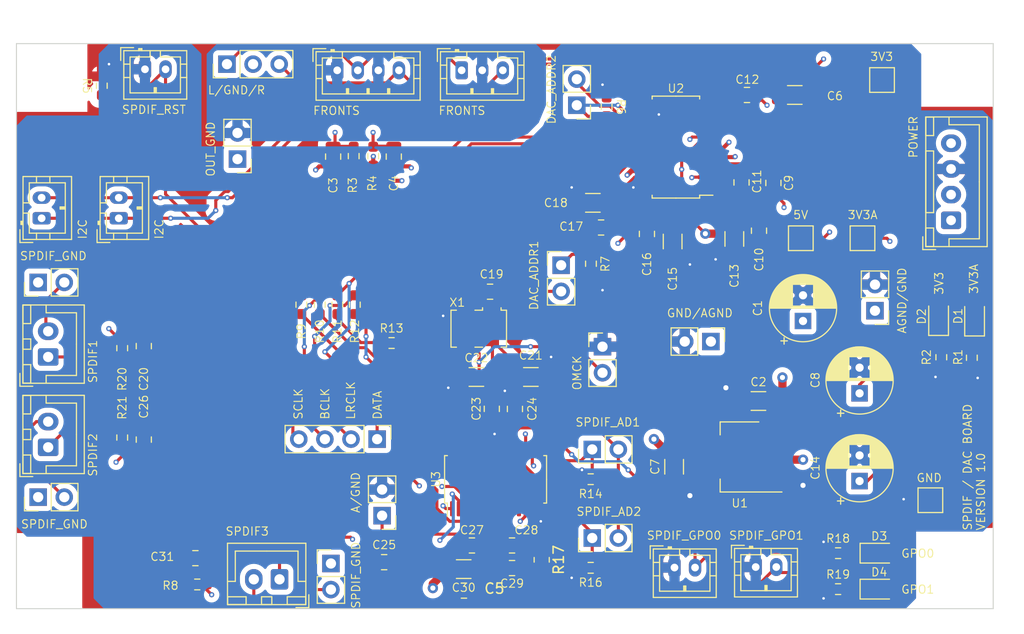
<source format=kicad_pcb>
(kicad_pcb (version 20221018) (generator pcbnew)
  (layers (0 "F.Cu" signal) (1 "In1.Cu" signal) (2 "In2.Cu" signal) (31 "B.Cu" signal) (34 "B.Paste" user) (35 "F.Paste" user) (36 "B.SilkS" user "B.Silkscreen") (37 "F.SilkS" user "F.Silkscreen") (38 "B.Mask" user) (39 "F.Mask" user) (44 "Edge.Cuts" user))
  (net 0 "")
  (net 1 "AGND")
  (net 6 "GND")
  (net 7 "I2S_DATA")
  (net 8 "I2S_LRCLK")
  (net 9 "I2S_BCLK")
  (net 10 "I2S_SCLK")
  (net 11 "SCL")
  (net 12 "SDA")
  (net 13 "3V3")
  (net 14 "SPDIF3_IN")
  (net 15 "SPDIF3_GND")
  (net 16 "3V3A")
  (net 17 "RESET")
  (net 18 "SPDIF1_IN")
  (net 19 "SPDIF1_GND")
  (net 20 "SPDIF2_IN")
  (net 21 "SPDIF2_GND")
  (net 22 "5V")
  (net 23 "GPO0")
  (net 24 "OMCK")
  (net 25 "OUTL")
  (net 26 "OUTR")
  (net 27 "Net-(U2-OUTR)")
  (net 28 "Net-(U2-OUTL)")
  (net 29 "Net-(U2-CAPP)")
  (net 30 "Net-(U2-CAPM)")
  (net 31 "Net-(U2-VNEG)")
  (net 32 "Net-(U2-LDOO)")
  (net 33 "AGND_OUT")
  (net 34 "Net-(D1-K)")
  (net 35 "Net-(D2-K)")
  (net 36 "Net-(D3-K)")
  (net 37 "Net-(D4-K)")
  (net 38 "GPO1")
  (net 39 "Net-(U3-RXP0)")
  (net 40 "Net-(U3-RXN)")
  (net 41 "Net-(U3-RXP1)")
  (net 42 "Net-(U3-FILT)")
  (net 43 "Net-(C29-Pad2)")
  (net 45 "Net-(J11-Pin_1)")
  (net 46 "Net-(J12-Pin_1)")
  (net 47 "Net-(J15-Pin_1)")
  (net 48 "Net-(J18-Pin_1)")
  (net 49 "Net-(U3-RMCK)")
  (net 50 "Net-(U3-OSCLK)")
  (net 51 "Net-(U3-SDOUT)")
  (net 52 "Net-(U3-OLRCK)")
  (net 53 "Net-(U3-RXP2)")
  (footprint "Connector_PinHeader_2.54mm:PinHeader_1x02_P2.54mm_Vertical" (layer "F.Cu") (at 107.513748 116.755 180)
    (fp_text reference "J11" hide)
    (fp_text value "Conn_01x02_Pin")
  )
  (footprint "Capacitor_SMD:C_1206_3216Metric_Pad1.33x1.80mm_HandSolder" (layer "F.Cu") (at 109.076248 126.255 180)
    (fp_text reference "C18")
    (fp_text value "10u")
  )
  (footprint "LED_SMD:LED_0805_2012Metric_Pad1.15x1.40mm_HandSolder" (layer "F.Cu") (at 136.926248 160.355)
    (fp_text reference "D3")
    (fp_text value "BLUE")
  )
  (footprint "Connector_PinHeader_2.54mm:PinHeader_1x04_P2.54mm_Vertical" (layer "F.Cu") (at 88.093748 149.255 -90)
    (fp_text reference "J14" hide)
    (fp_text value "Conn_01x04_Pin")
  )
  (footprint "Capacitor_SMD:C_1206_3216Metric_Pad1.33x1.80mm_HandSolder" (layer "F.Cu") (at 122.833748 129.768748 -90)
    (fp_text reference "C13")
    (fp_text value "10u")
  )
  (footprint "Resistor_SMD:R_0603_1608Metric_Pad0.98x0.95mm_HandSolder" (layer "F.Cu") (at 142.965 141.283334 90)
    (fp_text reference "R2")
    (fp_text value "330R")
  )
  (footprint "Capacitor_SMD:C_1206_3216Metric_Pad1.33x1.80mm_HandSolder" (layer "F.Cu") (at 103.046248 143.205 180)
    (fp_text reference "C21")
    (fp_text value "10u")
  )
  (footprint "Connector_PinHeader_2.54mm:PinHeader_1x02_P2.54mm_Vertical" (layer "F.Cu") (at 110.013748 140.255)
    (fp_text reference "J13" hide)
    (fp_text value "Conn_01x02_Pin")
  )
  (footprint "Connector_PinHeader_2.54mm:PinHeader_1x03_P2.54mm_Vertical" (layer "F.Cu") (at 73.488748 112.755 90)
    (fp_text reference "J4" hide)
    (fp_text value "Conn_01x03_Pin")
  )
  (footprint "Capacitor_THT:CP_Radial_D6.3mm_P2.50mm" (layer "F.Cu") (at 135.013748 153.337379 90)
    (fp_text reference "C14")
    (fp_text value "220u")
  )
  (footprint "Capacitor_SMD:C_1206_3216Metric_Pad1.33x1.80mm_HandSolder" (layer "F.Cu") (at 97.746248 143.205)
    (fp_text reference "C22")
    (fp_text value "10u")
  )
  (footprint "Capacitor_SMD:C_1206_3216Metric_Pad1.33x1.80mm_HandSolder" (layer "F.Cu") (at 116.979036 151.944843 90)
    (fp_text reference "C7")
    (fp_text value "10u" hide)
  )
  (footprint "Capacitor_SMD:C_1206_3216Metric_Pad1.33x1.80mm_HandSolder" (layer "F.Cu") (at 125.179036 145.544843)
    (fp_text reference "C2")
    (fp_text value "10u")
  )
  (footprint "Connector_JST:JST_XH_B4B-XH-A_1x04_P2.50mm_Vertical" (layer "F.Cu") (at 143.913748 127.955 90)
    (fp_text reference "J6" hide)
    (fp_text value "CHANSEL" hide)
  )
  (footprint "Package_SO:TSSOP-28_4.4x9.7mm_P0.65mm" (layer "F.Cu") (at 99.61205 153.16811 90)
    (fp_text reference "U3")
    (fp_text value "CS8416-xZZ")
  )
  (footprint "Resistor_SMD:R_0603_1608Metric_Pad0.98x0.95mm_HandSolder" (layer "F.Cu") (at 110.413748 116.915 90)
    (fp_text reference "R6")
    (fp_text value "4.7K")
  )
  (footprint "Resistor_SMD:R_0603_1608Metric_Pad0.98x0.95mm_HandSolder" (layer "F.Cu") (at 85.813748 121.705 90)
    (fp_text reference "R3")
    (fp_text value "470R")
  )
  (footprint "Resistor_SMD:R_0603_1608Metric_Pad0.98x0.95mm_HandSolder" (layer "F.Cu") (at 108.863748 161.78 180)
    (fp_text reference "R16")
    (fp_text value "47K")
  )
  (footprint "Package_TO_SOT_SMD:SOT-223-3_TabPin2" (layer "F.Cu") (at 123.365288 150.989843 180)
    (fp_text reference "U1")
    (fp_text value "ZLDO1117QG33TA")
  )
  (footprint "Capacitor_SMD:C_0805_2012Metric_Pad1.18x1.45mm_HandSolder" (layer "F.Cu") (at 70.4175 160.84)
    (fp_text reference "C31")
    (fp_text value "0.01u")
  )
  (footprint "LED_SMD:LED_0805_2012Metric_Pad1.15x1.40mm_HandSolder" (layer "F.Cu") (at 146.2 137.35 90)
    (fp_text reference "D1")
    (fp_text value "BLUE")
  )
  (footprint "Capacitor_SMD:C_0805_2012Metric_Pad1.18x1.45mm_HandSolder" (layer "F.Cu") (at 101.213748 161.805)
    (fp_text reference "C29")
    (fp_text value "22n C0G")
  )
  (footprint "Resistor_SMD:R_0603_1608Metric_Pad0.98x0.95mm_HandSolder" (layer "F.Cu") (at 145.935 141.333333 90)
    (fp_text reference "R1")
    (fp_text value "75R")
  )
  (footprint "Resistor_SMD:R_0603_1608Metric_Pad0.98x0.95mm_HandSolder" (layer "F.Cu") (at 80.723748 136.1675 90)
    (fp_text reference "R9")
    (fp_text value "22R")
  )
  (footprint "Connector_JST:JST_PH_B4B-PH-K_1x04_P2.00mm_Vertical" (layer "F.Cu") (at 84.213748 113.355)
    (fp_text reference "J1" hide)
    (fp_text value "Conn_01x04_Pin")
  )
  (footprint "Package_SO:TSSOP-28_4.4x9.7mm_P0.65mm" (layer "F.Cu") (at 117.151248 120.83 180)
    (fp_text reference "U2")
    (fp_text value "PCM5142PWR")
  )
  (footprint "Resistor_SMD:R_0603_1608Metric_Pad0.98x0.95mm_HandSolder" (layer "F.Cu") (at 89.5 139.9)
    (fp_text reference "R13")
    (fp_text value "47K")
  )
  (footprint "Resistor_SMD:R_0603_1608Metric_Pad0.98x0.95mm_HandSolder" (layer "F.Cu") (at 85.923748 136.1675 90)
    (fp_text reference "R12")
    (fp_text value "22R")
  )
  (footprint "Capacitor_SMD:C_0805_2012Metric_Pad1.18x1.45mm_HandSolder" (layer "F.Cu") (at 96.5375 164 180)
    (fp_text reference "C5")
    (fp_text value "1n")
  )
  (footprint "Connector_PinHeader_2.54mm:PinHeader_1x02_P2.54mm_Vertical" (layer "F.Cu") (at 74.513748 121.995 180)
    (fp_text reference "J3" hide)
    (fp_text value "Conn_01x02_Pin")
  )
  (footprint "Resistor_SMD:R_0603_1608Metric_Pad0.98x0.95mm_HandSolder" (layer "F.Cu") (at 61.313748 114.855 90)
    (fp_text reference "R5")
    (fp_text value "4.7K")
  )
  (footprint "Resistor_SMD:R_0603_1608Metric_Pad0.98x0.95mm_HandSolder" (layer "F.Cu") (at 63.3 149.1 90)
    (fp_text reference "R21")
    (fp_text value "75R")
  )
  (footprint "Connector_JST:JST_XH_B2B-XH-A_1x02_P2.50mm_Vertical" (layer "F.Cu") (at 56.1 141.255 90)
    (fp_text reference "J16" hide)
    (fp_text value "Conn_01x02_Pin" hide)
  )
  (footprint "Capacitor_SMD:C_0805_2012Metric" (layer "F.Cu") (at 123.533748 124.268748 90)
    (fp_text reference "C11")
    (fp_text value "2.2u 25V")
  )
  (footprint "MountingHole:MountingHole_3.2mm_M3" (layer "F.Cu") (at 145.513748 113.255)
    (fp_text reference "H2" hide)
    (fp_text value "MountingHole" hide)
  )
  (footprint "Connector_PinHeader_2.54mm:PinHeader_1x02_P2.54mm_Vertical" (layer "F.Cu") (at 136.513748 136.755 180)
    (fp_text reference "J8" hide)
    (fp_text value "Conn_01x02_Pin")
  )
  (footprint "Capacitor_SMD:C_0805_2012Metric" (layer "F.Cu") (at 114.333748 129.281248 90)
    (fp_text reference "C16")
    (fp_text value "0.01u")
  )
  (footprint "Resistor_SMD:R_0603_1608Metric_Pad0.98x0.95mm_HandSolder" (layer "F.Cu") (at 132.926248 160.355)
    (fp_text reference "R18")
    (fp_text value "75R")
  )
  (footprint "TestPoint:TestPoint_Pad_2.0x2.0mm" (layer "F.Cu") (at 129.3 129.7)
    (fp_text reference "TP2" hide)
    (fp_text value "TestPoint")
  )
  (footprint "Capacitor_SMD:C_0805_2012Metric" (layer "F.Cu") (at 124.063748 115.755 180)
    (fp_text reference "C12")
    (fp_text value "0.01u")
  )
  (footprint "Connector_PinHeader_2.54mm:PinHeader_1x02_P2.54mm_Vertical" (layer "F.Cu") (at 88.576248 156.705 180)
    (fp_text reference "J17" hide)
    (fp_text value "Conn_01x02_Pin")
  )
  (footprint "TestPoint:TestPoint_Pad_2.0x2.0mm" (layer "F.Cu") (at 141.9 155.2)
    (fp_text reference "TP4" hide)
    (fp_text value "TestPoint")
  )
  (footprint "Capacitor_SMD:C_0805_2012Metric" (layer "F.Cu") (at 126.633748 124.318748 90)
    (fp_text reference "C9")
    (fp_text value "2.2u 25V")
  )
  (footprint "Connector_PinHeader_2.54mm:PinHeader_1x02_P2.54mm_Vertical" (layer "F.Cu") (at 109.013748 158.88 90)
    (fp_text reference "J18" hide)
    (fp_text value "Conn_01x02_Pin")
  )
  (footprint "Resistor_SMD:R_0603_1608Metric_Pad0.98x0.95mm_HandSolder" (layer "F.Cu") (at 108.863748 153.155 180)
    (fp_text reference "R14")
    (fp_text value "47K")
  )
  (footprint "Resistor_SMD:R_0603_1608Metric_Pad0.98x0.95mm_HandSolder" (layer "F.Cu") (at 82.513748 136.1675 90)
    (fp_text reference "R10")
    (fp_text value "22R")
  )
  (footprint "Connector_JST:JST_XH_B2B-XH-A_1x02_P2.50mm_Vertical" (layer "F.Cu") (at 78.6 162.9 180)
    (fp_text reference "J24" hide)
    (fp_text value "Conn_01x02_Pin")
  )
  (footprint "Resistor_SMD:R_0603_1608Metric_Pad0.98x0.95mm_HandSolder" (layer "F.Cu") (at 132.926248 163.855)
    (fp_text reference "R19")
    (fp_text value "330R")
  )
  (footprint "Capacitor_SMD:C_1206_3216Metric_Pad1.33x1.80mm_HandSolder" (layer "F.Cu") (at 96.513748 161.905)
    (fp_text reference "C30")
    (fp_text value "10u")
  )
  (footprint "Connector_JST:JST_PH_B2B-PH-K_1x02_P2.00mm_Vertical" (layer "F.Cu") (at 55.463748 127.755 90)
    (fp_text reference "J7" hide)
    (fp_text value "Conn_01x02_Male")
  )
  (footprint "Capacitor_SMD:C_0805_2012Metric" (layer "F.Cu") (at 101.4958 146.31811 -90)
    (fp_text reference "C24")
    (fp_text value "0.01u")
  )
  (footprint "Capacitor_SMD:C_0805_2012Metric" (layer "F.Cu") (at 99.246248 146.305 -90)
    (fp_text reference "C23")
    (fp_text value "0.01u")
  )
  (footprint "TestPoint:TestPoint_Pad_2.0x2.0mm" (layer "F.Cu") (at 137.2 114.3)
    (fp_text reference "TP1" hide)
    (fp_text value "TestPoint")
  )
  (footprint "Capacitor_SMD:C_0805_2012Metric_Pad1.18x1.45mm_HandSolder" (layer "F.Cu") (at 101.213748 159.605)
    (fp_text reference "C28")
    (fp_text value "1n C0G")
  )
  (footprint "Capacitor_SMD:C_0805_2012Metric" (layer "F.Cu") (at 83.813748 121.755 90)
    (fp_text reference "C3")
    (fp_text value "2.2n C0G 50V")
  )
  (footprint "Connector_PinHeader_2.54mm:PinHeader_1x02_P2.54mm_Vertical" (layer "F.Cu") (at 109.013748 150.255 90)
    (fp_text reference "J15" hide)
    (fp_text value "Conn_01x02_Pin")
  )
  (footprint "Resistor_SMD:R_0805_2012Metric_Pad1.20x1.40mm_HandSolder" (layer "F.Cu") (at 104.1 161 -90)
    (fp_text reference "R17")
    (fp_text value "3K")
  )
  (footprint "Capacitor_SMD:C_0805_2012Metric_Pad1.18x1.45mm_HandSolder" (layer "F.Cu") (at 88.776248 161.23)
    (fp_text reference "C25")
    (fp_text value "0.01u")
  )
  (footprint "Resistor_SMD:R_0603_1608Metric_Pad0.98x0.95mm_HandSolder" (layer "F.Cu") (at 84.223748 136.1675 90)
    (fp_text reference "R11")
    (fp_text value "22R")
  )
  (footprint "Capacitor_SMD:C_1206_3216Metric_Pad1.33x1.80mm_HandSolder" (layer "F.Cu") (at 128.713748 115.755 180)
    (fp_text reference "C6")
    (fp_text value "10u")
  )
  (footprint "Capacitor_SMD:C_0805_2012Metric" (layer "F.Cu") (at 97.313748 159.605 180)
    (fp_text reference "C27")
    (fp_text value "0.01u")
  )
  (footprint "LED_SMD:LED_0805_2012Metric_Pad1.15x1.40mm_HandSolder" (layer "F.Cu") (at 136.926248 163.855)
    (fp_text reference "D4")
    (fp_text value "YELLOW")
  )
  (footprint "Capacitor_SMD:C_0805_2012Metric" (layer "F.Cu") (at 109.876248 128.655)
    (fp_text reference "C17")
    (fp_text value "0.01u")
  )
  (footprint "Connector_PinHeader_2.54mm:PinHeader_1x02_P2.54mm_Vertical" (layer "F.Cu") (at 105.988748 132.33)
    (fp_text reference "J12" hide)
    (fp_text value "Conn_01x02_Pin")
  )
  (footprint "Connector_PinHeader_2.54mm:PinHeader_1x02_P2.54mm_Vertical" (layer "F.Cu") (at 120.553748 139.755 -90)
    (fp_text reference "J9" hide)
    (fp_text value "Conn_01x02_Pin")
  )
  (footprint "Resistor_SMD:R_0603_1608Metric_Pad0.98x0.95mm_HandSolder" (layer "F.Cu") (at 63.3 140.4 90)
    (fp_text reference "R20")
    (fp_text value "75R")
  )
  (footprint "Capacitor_THT:CP_Radial_D6.3mm_P2.50mm" (layer "F.Cu") (at 135.013748 144.796189 90)
    (fp_text reference "C8")
    (fp_text value "220u")
  )
  (footprint "LED_SMD:LED_0805_2012Metric_Pad1.15x1.40mm_HandSolder" (layer "F.Cu") (at 142.7 137.3 90)
    (fp_text reference "D2")
    (fp_text value "YELLOW")
  )
  (footprint "Connector_JST:JST_XH_B2B-XH-A_1x02_P2.50mm_Vertical" (layer "F.Cu") (at 56.1 150.05 90)
    (fp_text reference "J20" hide)
    (fp_text value "Conn_01x02_Pin" hide)
  )
  (footprint "Connector_JST:JST_PH_B2B-PH-K_1x02_P2.00mm_Vertical" (layer "F.Cu") (at 124.913748 161.705)
    (fp_text reference "J22" hide)
    (fp_text value "Conn_01x02_Male")
  )
  (footprint "Connector_JST:JST_PH_B2B-PH-K_1x02_P2.00mm_Vertical" (layer "F.Cu") (at 65.513748 113.255)
    (fp_text reference "J10" hide)
    (fp_text value "Conn_01x02_Male")
  )
  (footprint "Capacitor_THT:CP_Radial_D6.3mm_P2.50mm" (layer "F.Cu") (at 129.513748 137.755 90)
    (fp_text reference "C1")
    (fp_text value "220u")
  )
  (footprint "Capacitor_SMD:C_0805_2012Metric" (layer "F.Cu") (at 125.233748 128.968748 90)
    (fp_text reference "C10")
    (fp_text value "0.01u")
  )
  (footprint "Capacitor_SMD:C_0805_2012Metric_Pad1.18x1.45mm_HandSolder" (layer "F.Cu") (at 65.4 149.3 -90)
    (fp_text reference "C26")
    (fp_text value "0.01u")
  )
  (footprint "Capacitor_SMD:C_1206_3216Metric_Pad1.33x1.80mm_HandSolder" (layer "F.Cu") (at 116.833748 130.018748 -90)
    (fp_text reference "C15")
    (fp_text value "10u")
  )
  (footprint "Oscillator:Oscillator_SMD_EuroQuartz_XO53-4Pin_5.0x3.2mm" (layer "F.Cu") (at 97.976248 138.505 180)
    (fp_text reference "X1")
    (fp_text value "DFA-S3")
  )
  (footprint "Capacitor_SMD:C_0805_2012Metric" (layer "F.Cu") (at 99.076248 134.905 180)
    (fp_text reference "C19")
    (fp_text value "0.01u")
  )
  (footprint "Resistor_SMD:R_0603_1608Metric_Pad0.98x0.95mm_HandSolder" (layer "F.Cu") (at 87.713748 121.705 90)
    (fp_text reference "R4")
    (fp_text value "470R")
  )
  (footprint "MountingHole:MountingHole_3.2mm_M3" (layer "F.Cu") (at 55.513748 113.255)
    (fp_text reference "H1" hide)
    (fp_text value "MountingHole" hide)
  )
  (footprint "Connector_PinHeader_2.54mm:PinHeader_1x02_P2.54mm_Vertical" (layer "F.Cu") (at 55.125 154.9 90)
    (fp_text reference "J23" hide)
    (fp_text value "Conn_01x02_Pin")
  )
  (footprint "Connector_PinHeader_2.54mm:PinHeader_1x02_P2.54mm_Vertical" (layer "F.Cu") (at 83.6 161.36)
    (fp_text reference "J25" hide)
    (fp_text value "Conn_01x02_Pin")
  )
  (footprint "Resistor_SMD:R_0603_1608Metric_Pad0.98x0.95mm_HandSolder" (layer "F.Cu") (at 70.6 163.4)
    (fp_text reference "R8")
    (fp_text value "75R")
  )
  (footprint "Connector_PinHeader_2.54mm:PinHeader_1x02_P2.54mm_Vertical" (layer "F.Cu") (at 55.125 134 90)
    (fp_text reference "J19" hide)
    (fp_text value "Conn_01x02_Pin")
  )
  (footprint "Resistor_SMD:R_0603_1608Metric_Pad0.98x0.95mm_HandSolder" (layer "F.Cu") (at 108.888748 132.1825 -90)
    (fp_text reference "R7")
    (fp_text value "4.7K")
  )
  (footprint "Connector_JST:JST_PH_B3B-PH-K_1x03_P2.00mm_Vertical" (layer "F.Cu") (at 96.313748 113.355)
    (fp_text reference "J2" hide)
    (fp_text value "Conn_01x03_Pin")
  )
  (footprint "Connector_JST:JST_PH_B2B-PH-K_1x02_P2.00mm_Vertical" (layer "F.Cu") (at 62.963748 127.755 90)
    (fp_text reference "J5" hide)
    (fp_text value "Conn_01x02_Male" hide)
  )
  (footprint "TestPoint:TestPoint_Pad_2.0x2.0mm" (layer "F.Cu") (at 135.3 129.7)
    (fp_text reference "TP3" hide)
    (fp_text value "TestPoint")
  )
  (footprint "Connector_JST:JST_PH_B2B-PH-K_1x02_P2.00mm_Vertical" (layer "F.Cu") (at 117.013748 161.755)
    (fp_text reference "J21" hide)
    (fp_text value "Conn_01x02_Male")
  )
  (footprint "Capacitor_SMD:C_0805_2012Metric" (layer "F.Cu") (at 89.713748 121.755 90)
    (fp_text reference "C4")
    (fp_text value "2.2n C0G 50V")
  )
  (footprint "Capacitor_SMD:C_0805_2012Metric_Pad1.18x1.45mm_HandSolder" (layer "F.Cu") (at 65.4 140.2 90)
    (fp_text reference "C20")
    (fp_text value "0.01u")
  )
  (footprint "MountingHole:MountingHole_3.2mm_M3" (layer "F.Cu") (at 145.513748 163.255)
    (fp_text reference "H4" hide)
    (fp_text value "MountingHole" hide)
  )
  (footprint "MountingHole:MountingHole_3.2mm_M3" (layer "F.Cu") (at 55.513748 163.255)
    (fp_text reference "H3" hide)
    (fp_text value "MountingHole" hide)
  )
  (gr_line (start 53.013748 110.755) (end 148.013748 110.755) (stroke (width 0.1)) (layer "Edge.Cuts"))
  (gr_line (start 148.013748 110.755) (end 148.013748 165.755) (stroke (width 0.1)) (layer "Edge.Cuts"))
  (gr_line (start 53.013748 165.755) (end 148.013748 165.755) (stroke (width 0.1)) (layer "Edge.Cuts"))
  (gr_line (start 53.013748 165.755) (end 53.013748 110.755) (stroke (width 0.1)) (layer "Edge.Cuts"))
  (gr_text "AGND/GND" (at 139.613748 139.03 90) (layer "F.SilkS") (effects (font (size 0.8 0.8) (thickness 0.1) bold) (justify left bottom)))
  (gr_text "3V3A" (at 133.8 127.9) (layer "F.SilkS") (effects (font (size 0.8 0.8) (thickness 0.1) bold) (justify left bottom)))
  (gr_text "DAC_ADDR2" (at 105.513748 118.655 90) (layer "F.SilkS") (effects (font (size 0.8 0.8) (thickness 0.1) bold) (justify left bottom)))
  (gr_text "A/GND" (at 86.476248 156.5 90) (layer "F.SilkS") (effects (font (size 0.8 0.8) (thickness 0.1) bold) (justify left bottom)))
  (gr_text "SPDIF_AD2" (at 107.426248 156.78) (layer "F.SilkS") (effects (font (size 0.8 0.8) (thickness 0.1) bold) (justify left bottom)))
  (gr_text "SPDIF_GPO0" (at 114.263748 159.105) (layer "F.SilkS") (effects (font (size 0.8 0.8) (thickness 0.1) bold) (justify left bottom)))
  (gr_text "LRCLK" (at 86 147.4 90) (layer "F.SilkS") (effects (font (size 0.8 0.8) (thickness 0.1) bold) (justify left bottom)))
  (gr_text "SPDIF1" (at 60.913748 143.855 90) (layer "F.SilkS") (effects (font (size 0.8 0.8) (thickness 0.1) bold) (justify left bottom)))
  (gr_text "SPDIF_GPO1" (at 122.263748 159.105) (layer "F.SilkS") (effects (font (size 0.8 0.8) (thickness 0.1) bold) (justify left bottom)))
  (gr_text "SPDIF_AD1" (at 107.326248 148.08) (layer "F.SilkS") (effects (font (size 0.8 0.8) (thickness 0.1) bold) (justify left bottom)))
  (gr_text "GND" (at 140.5 153.5) (layer "F.SilkS") (effects (font (size 0.8 0.8) (thickness 0.1) bold) (justify left bottom)))
  (gr_text "SPDIF / DAC BOARD\nVERSION 1.0" (at 147.278748 158.2 90) (layer "F.SilkS") (effects (font (size 0.8 0.8) (thickness 0.1) bold) (justify left bottom)))
  (gr_text "SPDIF_GND" (at 86.5 165.8 90) (layer "F.SilkS") (effects (font (size 0.8 0.8) (thickness 0.1) bold) (justify left bottom)))
  (gr_text "FRONTS\n" (at 94.013748 117.755) (layer "F.SilkS") (effects (font (size 0.8 0.8) (thickness 0.1) bold) (justify left bottom)))
  (gr_text "L/GND/R" (at 71.568748 115.755) (layer "F.SilkS") (effects (font (size 0.8 0.8) (thickness 0.1) bold) (justify left bottom)))
  (gr_text "3V3" (at 143.215 135.255 90) (layer "F.SilkS") (effects (font (size 0.8 0.8) (thickness 0.1) bold) (justify left bottom)))
  (gr_text "SCLK\n" (at 80.9 147.4 90) (layer "F.SilkS") (effects (font (size 0.8 0.8) (thickness 0.1) bold) (justify left bottom)))
  (gr_text "SPDIF_RST" (at 63.213748 117.655) (layer "F.SilkS") (effects (font (size 0.8 0.8) (thickness 0.1) bold) (justify left bottom)))
  (gr_text "GND/AGND" (at 116.213748 137.455) (layer "F.SilkS") (effects (font (size 0.8 0.8) (thickness 0.1) bold) (justify left bottom)))
  (gr_text "5V" (at 128.5 127.9) (layer "F.SilkS") (effects (font (size 0.8 0.8) (thickness 0.1) bold) (justify left bottom)))
  (gr_text "GPO0\n" (at 139.013748 160.855) (layer "F.SilkS") (effects (font (size 0.8 0.8) (thickness 0.1) bold) (justify left bottom)))
  (gr_text "DAC_ADDR1" (at 103.813748 136.755 90) (layer "F.SilkS") (effects (font (size 0.8 0.8) (thickness 0.1) bold) (justify left bottom)))
  (gr_text "OMCK" (at 108.013748 144.545 90) (layer "F.SilkS") (effects (font (size 0.8 0.8) (thickness 0.1) bold) (justify left bottom)))
  (gr_text "SPDIF_GND" (at 53.3 131.9) (layer "F.SilkS") (effects (font (size 0.8 0.8) (thickness 0.1) bold) (justify left bottom)))
  (gr_text "3V3" (at 136 112.5) (layer "F.SilkS") (effects (font (size 0.8 0.8) (thickness 0.1) bold) (justify left bottom)))
  (gr_text "SPDIF_GND" (at 53.4 158) (layer "F.SilkS") (effects (font (size 0.8 0.8) (thickness 0.1) bold) (justify left bottom)))
  (gr_text "DATA" (at 88.6 147.4 90) (layer "F.SilkS") (effects (font (size 0.8 0.8) (thickness 0.1) bold) (justify left bottom)))
  (gr_text "OUT_GND" (at 72.363748 123.755 90) (layer "F.SilkS") (effects (font (size 0.8 0.8) (thickness 0.1) bold) (justify left bottom)))
  (gr_text "FRONTS" (at 81.813748 117.755) (layer "F.SilkS") (effects (font (size 0.8 0.8) (thickness 0.1) bold) (justify left bottom)))
  (gr_text "GPO1\n" (at 139.013748 164.355) (layer "F.SilkS") (effects (font (size 0.8 0.8) (thickness 0.1) bold) (justify left bottom)))
  (gr_text "BCLK" (at 83.5 147.4 90) (layer "F.SilkS") (effects (font (size 0.8 0.8) (thickness 0.1) bold) (justify left bottom)))
  (gr_text "SPDIF2" (at 60.913748 152.95 90) (layer "F.SilkS") (effects (font (size 0.8 0.8) (thickness 0.1) bold) (justify left bottom)))
  (gr_text "POWER" (at 140.713748 121.955 90) (layer "F.SilkS") (effects (font (size 0.8 0.8) (thickness 0.1) bold) (justify left bottom)))
  (gr_text "I2C" (at 67.363748 129.855 90) (layer "F.SilkS") (effects (font (size 0.8 0.8) (thickness 0.1) bold) (justify left bottom)))
  (gr_text "SPDIF3" (at 73.3 158.7) (layer "F.SilkS") (effects (font (size 0.8 0.8) (thickness 0.1) bold) (justify left bottom)))
  (gr_text "3V3A" (at 146.6 135.175 90) (layer "F.SilkS") (effects (font (size 0.8 0.8) (thickness 0.1) bold) (justify left bottom)))
  (gr_text "I2C" (at 59.913748 129.855 90) (layer "F.SilkS") (effects (font (size 0.8 0.8) (thickness 0.1) bold) (justify left bottom)))
  (segment (start 130.276248 115.755) (end 130.276248 113.155) (width 0.3) (layer "F.Cu") (net 1))
  (segment (start 83.813748 122.705) (end 82.463748 122.705) (width 0.4) (layer "F.Cu") (net 1))
  (segment (start 95.38705 156.01811) (end 94.776858 156.01811) (width 0.3) (layer "F.Cu") (net 1))
  (segment (start 98.263748 159.605) (end 98.263748 161.7175) (width 0.4) (layer "F.Cu") (net 1))
  (segment (start 88.576248 156.705) (end 88.576248 160.3925) (width 0.3) (layer "F.Cu") (net 1))
  (segment (start 118.745 123.755) (end 118.7 123.8) (width 0.3) (layer "F.Cu") (net 1))
  (segment (start 121.513748 118.4425) (end 121.513748 115.78147) (width 0.3) (layer "F.Cu") (net 1))
  (segment (start 130.613748 113.155) (end 131.513748 112.255) (width 0.3) (layer "F.Cu") (net 1))
  (segment (start 98.076248 163.498752) (end 97.575 164) (width 0.5) (layer "F.Cu") (net 1))
  (segment (start 89.713748 122.705) (end 91.263748 122.705) (width 0.4) (layer "F.Cu") (net 1))
  (segment (start 63.3 150.9) (end 62.7 151.5) (width 0.3) (layer "F.Cu") (net 1))
  (segment (start 71.5125 163.4) (end 71.5125 163.9125) (width 0.3) (layer "F.Cu") (net 1))
  (segment (start 118.738748 119.855) (end 118.513748 120.08) (width 0.3) (layer "F.Cu") (net 1))
  (segment (start 91.263748 122.705) (end 91.413748 122.855) (width 0.4) (layer "F.Cu") (net 1))
  (segment (start 120.013748 119.855) (end 118.738748 119.855) (width 0.3) (layer "F.Cu") (net 1))
  (segment (start 126.633748 125.268748) (end 127.664949 126.299949) (width 0.3) (layer "F.Cu") (net 1))
  (segment (start 120.013748 123.755) (end 118.745 123.755) (width 0.3) (layer "F.Cu") (net 1))
  (segment (start 71.5125 163.9125) (end 72 164.4) (width 0.3) (layer "F.Cu") (net 1))
  (segment (start 127.664949 126.299949) (end 127.664949 126.709865) (width 0.3) (layer "F.Cu") (net 1))
  (segment (start 98.076248 161.905) (end 98.076248 163.498752) (width 0.5) (layer "F.Cu") (net 1))
  (segment (start 82.463748 122.705) (end 82.113748 123.055) (width 0.4) (layer "F.Cu") (net 1))
  (segment (start 124.140218 113.155) (end 127.151248 113.155) (width 0.3) (layer "F.Cu") (net 1))
  (segment (start 63.3 150.0125) (end 63.3 150.9) (width 0.3) (layer "F.Cu") (net 1))
  (segment (start 102.53705 156.01811) (end 102.53705 156.731698) (width 0.3) (layer "F.Cu") (net 1))
  (segment (start 121.513748 115.78147) (end 124.140218 113.155) (width 0.3) (layer "F.Cu") (net 1))
  (segment (start 103.18705 156.01811) (end 102.53705 156.01811) (width 0.3) (layer "F.Cu") (net 1))
  (segment (start 88.576248 160.3925) (end 87.738748 161.23) (width 0.3) (layer "F.Cu") (net 1))
  (segment (start 101.23705 156.01811) (end 101.88705 156.01811) (width 0.3) (layer "F.Cu") (net 1))
  (segment (start 120.751248 119.205) (end 121.513748 118.4425) (width 0.3) (layer "F.Cu") (net 1))
  (segment (start 102.53705 156.731698) (end 102.013748 157.255) (width 0.3) (layer "F.Cu") (net 1))
  (segment (start 120.013748 119.205) (end 120.751248 119.205) (width 0.3) (layer "F.Cu") (net 1))
  (segment (start 62.9875 139.4875) (end 62 138.5) (width 0.3) (layer "F.Cu") (net 1))
  (segment (start 94.776858 156.01811) (end 94.50302 155.744272) (width 0.3) (layer "F.Cu") (net 1))
  (segment (start 100.176248 159.605) (end 100.176248 161.805) (width 0.4) (layer "F.Cu") (net 1))
  (segment (start 125.013748 115.755) (end 126.013748 116.755) (width 0.3) (layer "F.Cu") (net 1))
  (segment (start 101.88705 156.01811) (end 102.53705 156.01811) (width 0.3) (layer "F.Cu") (net 1))
  (via (at 126.013748 116.755) (size 0.5) (drill 0.25) (layers "F.Cu" "B.Cu") (net 1))
  (via (at 102.013748 157.255) (size 0.5) (drill 0.25) (layers "F.Cu" "B.Cu") (net 1))
  (via (at 82.113748 123.055) (size 0.5) (drill 0.25) (layers "F.Cu" "B.Cu") (net 1))
  (via (at 62.7 151.5) (size 0.5) (drill 0.25) (layers "F.Cu" "B.Cu") (net 1))
  (via (at 118.513748 120.08) (size 0.5) (drill 0.25) (layers "F.Cu" "B.Cu") (net 1))
  (via (at 127.664949 126.709865) (size 0.5) (drill 0.25) (layers "F.Cu" "B.Cu") (net 1))
  (via (at 91.413748 122.855) (size 0.5) (drill 0.25) (layers "F.Cu" "B.Cu") (net 1))
  (via (at 118.7 123.8) (size 0.5) (drill 0.25) (layers "F.Cu" "B.Cu") (net 1))
  (via (at 62 138.5) (size 0.5) (drill 0.25) (layers "F.Cu" "B.Cu") (net 1))
  (via (at 131.513748 112.255) (size 0.5) (drill 0.25) (layers "F.Cu" "B.Cu") (net 1))
  (via (at 72 164.4) (size 0.5) (drill 0.25) (layers "F.Cu" "B.Cu") (net 1))
  (via (at 94.50302 155.744272) (size 0.5) (drill 0.25) (layers "F.Cu" "B.Cu") (net 1))
  (segment (start 103.83705 156.01811) (end 103.83705 157.078302) (width 0.3) (layer "F.Cu") (net 6))
  (segment (start 145.935 142.735) (end 146.5 143.3) (width 0.3) (layer "F.Cu") (net 6))
  (segment (start 139.4 155.2) (end 139.3 155.1) (width 0.3) (layer "F.Cu") (net 6))
  (segment (start 117.266091 153.507343) (end 118.513748 154.755) (width 0.8) (layer "F.Cu") (net 6))
  (segment (start 108.888748 133.095) (end 108.888748 133.63) (width 0.3) (layer "F.Cu") (net 6))
  (segment (start 99.28705 148.981698) (end 99.513748 148.755) (width 0.3) (layer "F.Cu") (net 6))
  (segment (start 117.839996 131.581248) (end 118.513748 132.255) (width 0.3) (layer "F.Cu") (net 6))
  (segment (start 107.951248 153.155) (end 107.951248 152.3175) (width 0.3) (layer "F.Cu") (net 6))
  (segment (start 113.363748 124.405) (end 113.013748 124.755) (width 0.3) (layer "F.Cu") (net 6))
  (segment (start 104.608748 141.66) (end 105.013748 141.255) (width 0.3) (layer "F.Cu") (net 6))
  (segment (start 99.246248 145.355) (end 100.513748 145.355) (width 0.3) (layer "F.Cu") (net 6))
  (segment (start 142.965 142.635) (end 142.4 143.2) (width 0.3) (layer "F.Cu") (net 6))
  (segment (start 125.233748 129.918748) (end 124.246248 129.918748) (width 0.3) (layer "F.Cu") (net 6))
  (segment (start 107.513748 125.255) (end 107.013748 124.755) (width 0.3) (layer "F.Cu") (net 6))
  (segment (start 132.013748 163.855) (end 132.013748 164.255) (width 0.3) (layer "F.Cu") (net 6))
  (segment (start 115.483748 130.231248) (end 116.833748 131.581248) (width 0.3) (layer "F.Cu") (net 6))
  (segment (start 115.244412 117.905) (end 115.494412 117.655) (width 0.3) (layer "F.Cu") (net 6))
  (segment (start 96.063748 143.205) (end 95.013748 144.255) (width 0.3) (layer "F.Cu") (net 6))
  (segment (start 99.28705 150.31811) (end 99.28705 148.981698) (width 0.3) (layer "F.Cu") (net 6))
  (segment (start 94.663748 137.405) (end 94.513748 137.255) (width 0.3) (layer "F.Cu") (net 6))
  (segment (start 122.833748 131.331248) (end 121.4375 131.331248) (width 0.3) (layer "F.Cu") (net 6))
  (segment (start 100.513748 145.355) (end 100.513748 144.555) (width 0.3) (layer "F.Cu") (net 6))
  (segment (start 132.013748 159.755) (end 131.513748 159.255) (width 0.3) (layer "F.Cu") (net 6))
  (segment (start 104.608748 143.205) (end 104.608748 141.66) (width 0.3) (layer "F.Cu") (net 6))
  (segment (start 100.513748 145.355) (end 101.48269 145.355) (width 0.3) (layer "F.Cu") (net 6))
  (segment (start 98.126248 134.905) (end 98.126248 135.985) (width 0.3) (layer "F.Cu") (net 6))
  (segment (start 110.413748 116.0025) (end 110.413748 115.155) (width 0.3) (layer "F.Cu") (net 6))
  (segment (start 108.926248 127.6675) (end 107.513748 126.255) (width 0.3) (layer "F.Cu") (net 6))
  (segment (start 110.413748 115.155) (end 110.013748 114.755) (width 0.3) (layer "F.Cu") (net 6))
  (segment (start 114.288748 124.405) (end 113.363748 124.405) (width 0.3) (layer "F.Cu") (net 6))
  (segment (start 145.935 142.245833) (end 145.935 142.735) (width 0.3) (layer "F.Cu") (net 6))
  (segment (start 126.515288 153.289843) (end 129.048591 153.289843) (width 0.8) (layer "F.Cu") (net 6))
  (segment (start 129.048591 153.289843) (end 129.513748 153.755) (width 0.8) (layer "F.Cu") (net 6))
  (segment (start 123.303591 145.544843) (end 122.013748 144.255) (width 0.8) (layer "F.Cu") (net 6))
  (segment (start 61.313748 113.455) (end 62.013748 112.755) (width 0.3) (layer "F.Cu") (net 6))
  (segment (start 96.706248 137.405) (end 94.663748 137.405) (width 0.3) (layer "F.Cu") (net 6))
  (segment (start 61.313748 113.9425) (end 61.313748 113.455) (width 0.3) (layer "F.Cu") (net 6))
  (segment (start 121.4375 131.331248) (end 121.013748 131.755) (width 0.3) (layer "F.Cu") (net 6))
  (segment (start 103.83705 157.078302) (end 104.013748 157.255) (width 0.3) (layer "F.Cu") (net 6))
  (segment (start 114.288748 117.905) (end 115.244412 117.905) (width 0.3) (layer "F.Cu") (net 6))
  (segment (start 98.126248 135.985) (end 96.706248 137.405) (width 0.3) (layer "F.Cu") (net 6))
  (segment (start 132.013748 164.255) (end 131.513748 164.755) (width 0.3) (layer "F.Cu") (net 6))
  (segment (start 141.9 155.2) (end 139.4 155.2) (width 0.3) (layer "F.Cu") (net 6))
  (segment (start 107.513748 126.255) (end 107.513748 125.255) (width 0.3) (layer "F.Cu") (net 6))
  (segment (start 142.965 142.195834) (end 142.965 142.635) (width 0.3) (layer "F.Cu") (net 6))
  (segment (start 116.833748 131.581248) (end 117.839996 131.581248) (width 0.3) (layer "F.Cu") (net 6))
  (segment (start 114.333748 130.231248) (end 115.483748 130.231248) (width 0.3) (layer "F.Cu") (net 6))
  (segment (start 107.951248 152.3175) (end 108.013748 152.255) (width 0.3) (layer "F.Cu") (net 6))
  (segment (start 132.013748 160.355) (end 132.013748 159.755) (width 0.3) (layer "F.Cu") (net 6))
  (segment (start 124.246248 129.918748) (end 122.833748 131.331248) (width 0.3) (layer "F.Cu") (net 6))
  (segment (start 107.951248 161.8175) (end 107.013748 162.755) (width 0.3) (layer "F.Cu") (net 6))
  (segment (start 108.888748 133.63) (end 110.013748 134.755) (width 0.3) (layer "F.Cu") (net 6))
  (segment (start 108.926248 128.655) (end 108.926248 127.6675) (width 0.3) (layer "F.Cu") (net 6))
  (segment (start 123.616536 145.544843) (end 123.303591 145.544843) (width 0.8) (layer "F.Cu") (net 6))
  (via (at 131.513748 159.255) (size 0.5) (drill 0.25) (layers "F.Cu" "B.Cu") (net 6))
  (via (at 100.513748 144.555) (size 0.5) (drill 0.25) (layers "F.Cu" "B.Cu") (net 6))
  (via (at 95.013748 144.255) (size 0.5) (drill 0.25) (layers "F.Cu" "B.Cu") (net 6))
  (via (at 94.513748 137.255) (size 0.5) (drill 0.25) (layers "F.Cu" "B.Cu") (net 6))
  (via (at 142.4 143.2) (size 0.5) (drill 0.25) (layers "F.Cu" "B.Cu") (net 6))
  (via (at 108.013748 152.255) (size 0.5) (drill 0.25) (layers "F.Cu" "B.Cu") (net 6))
  (via (at 110.013748 134.755) (size 0.5) (drill 0.25) (layers "F.Cu" "B.Cu") (net 6))
  (via (at 131.513748 164.755) (size 0.5) (drill 0.25) (layers "F.Cu" "B.Cu") (net 6))
  (via (at 104.013748 157.255) (size 0.5) (drill 0.25) (layers "F.Cu" "B.Cu") (net 6))
  (via (at 110.013748 114.755) (size 0.5) (drill 0.25) (layers "F.Cu" "B.Cu") (net 6))
  (via (at 122.013748 144.255) (size 1) (drill 0.5) (layers "F.Cu" "B.Cu") (net 6))
  (via (at 115.494412 117.655) (size 0.5) (drill 0.25) (layers "F.Cu" "B.Cu") (net 6))
  (via (at 99.513748 148.755) (size 0.5) (drill 0.25) (layers "F.Cu" "B.Cu") (net 6))
  (via (at 118.513748 154.755) (size 1) (drill 0.5) (layers "F.Cu" "B.Cu") (net 6))
  (via (at 118.513748 132.255) (size 0.5) (drill 0.25) (layers "F.Cu" "B.Cu") (net 6))
  (via (at 107.013748 162.755) (size 0.5) (drill 0.25) (layers "F.Cu" "B.Cu") (net 6))
  (via (at 113.013748 124.755) (size 0.5) (drill 0.25) (layers "F.Cu" "B.Cu") (net 6))
  (via (at 105.013748 141.255) (size 0.5) (drill 0.25) (layers "F.Cu" "B.Cu") (net 6))
  (via (at 62.013748 112.755) (size 0.5) (drill 0.25) (layers "F.Cu" "B.Cu") (net 6))
  (via (at 129.513748 153.755) (size 1) (drill 0.5) (layers "F.Cu" "B.Cu") (net 6))
  (via (at 107.013748 124.755) (size 0.5) (drill 0.25) (layers "F.Cu" "B.Cu") (net 6))
  (via (at 121.013748 131.755) (size 0.5) (drill 0.25) (layers "F.Cu" "B.Cu") (net 6))
  (via (at 146.5 143.3) (size 0.5) (drill 0.25) (layers "F.Cu" "B.Cu") (net 6))
  (via (at 139.3 155.1) (size 0.5) (drill 0.25) (layers "F.Cu" "B.Cu") (net 6))
  (segment (start 114.288748 121.155) (end 98.323748 121.155) (width 0.3) (layer "F.Cu") (net 7))
  (segment (start 85.368748 134.11) (end 84.223748 135.255) (width 0.3) (layer "F.Cu") (net 7))
  (segment (start 98.323748 121.155) (end 85.368748 134.11) (width 0.3) (layer "F.Cu") (net 7))
  (segment (start 88.093748 145.835) (end 83.013748 140.755) (width 0.3) (layer "F.Cu") (net 7))
  (segment (start 88.093748 149.255) (end 88.093748 145.835) (width 0.3) (layer "F.Cu") (net 7))
  (via (at 85.368748 134.11) (size 0.5) (drill 0.25) (layers "F.Cu" "B.Cu") (net 7))
  (via (at 83.013748 140.755) (size 0.5) (drill 0.25) (layers "F.Cu" "B.Cu") (net 7))
  (segment (start 85.368748 138.4) (end 85.368748 134.11) (width 0.3) (layer "B.Cu") (net 7))
  (segment (start 83.013748 140.755) (end 85.368748 138.4) (width 0.3) (layer "B.Cu") (net 7))
  (segment (start 84.936248 136.2425) (end 85.923748 135.255) (width 0.3) (layer "F.Cu") (net 8))
  (segment (start 99.373748 121.805) (end 114.288748 121.805) (width 0.3) (layer "F.Cu") (net 8))
  (segment (start 85.923748 135.255) (end 99.373748 121.805) (width 0.3) (layer "F.Cu") (net 8))
  (segment (start 85.553748 149.255) (end 82.013748 145.715) (width 0.3) (layer "F.Cu") (net 8))
  (segment (start 83.526248 136.2425) (end 84.936248 136.2425) (width 0.3) (layer "F.Cu") (net 8))
  (segment (start 83.513748 136.255) (end 83.526248 136.2425) (width 0.3) (layer "F.Cu") (net 8))
  (segment (start 82.013748 145.715) (end 82.013748 139.255) (width 0.3) (layer "F.Cu") (net 8))
  (via (at 83.513748 136.255) (size 0.5) (drill 0.25) (layers "F.Cu" "B.Cu") (net 8))
  (via (at 82.013748 139.255) (size 0.5) (drill 0.25) (layers "F.Cu" "B.Cu") (net 8))
  (segment (start 82.013748 139.255) (end 83.513748 137.755) (width 0.3) (layer "B.Cu") (net 8))
  (segment (start 83.513748 137.755) (end 83.513748 136.255) (width 0.3) (layer "B.Cu") (net 8))
  (segment (start 81.013748 147.255) (end 81.013748 140.255) (width 0.3) (layer "F.Cu") (net 9))
  (segment (start 83.013748 149.255) (end 81.013748 147.255) (width 0.3) (layer "F.Cu") (net 9))
  (segment (start 97.263748 120.505) (end 114.288748 120.505) (width 0.3) (layer "F.Cu") (net 9))
  (segment (start 81.513748 136.255) (end 82.513748 135.255) (width 0.3) (layer "F.Cu") (net 9))
  (segment (start 82.513748 135.255) (end 97.263748 120.505) (width 0.3) (layer "F.Cu") (net 9))
  (via (at 81.513748 136.255) (size 0.5) (drill 0.25) (layers "F.Cu" "B.Cu") (net 9))
  (via (at 81.013748 140.255) (size 0.5) (drill 0.25) (layers "F.Cu" "B.Cu") (net 9))
  (segment (start 81.013748 136.755) (end 81.513748 136.255) (width 0.3) (layer "B.Cu") (net 9))
  (segment (start 81.013748 140.255) (end 81.013748 136.755) (width 0.3) (layer "B.Cu") (net 9))
  (segment (start 79.898748 136.08) (end 79.898748 148.68) (width 0.3) (layer "F.Cu") (net 10))
  (segment (start 81.117301 135.255) (end 80.723748 135.255) (width 0.3) (layer "F.Cu") (net 10))
  (segment (start 96.517301 119.855) (end 81.117301 135.255) (width 0.3) (layer "F.Cu") (net 10))
  (segment (start 79.898748 148.68) (end 80.473748 149.255) (width 0.3) (layer "F.Cu") (net 10))
  (segment (start 80.723748 135.255) (end 79.898748 136.08) (width 0.3) (layer "F.Cu") (net 10))
  (segment (start 114.288748 119.855) (end 96.517301 119.855) (width 0.3) (layer "F.Cu") (net 10))
  (segment (start 73.613748 125.155) (end 73.265219 125.155) (width 0.3) (layer "F.Cu") (net 11))
  (segment (start 103.513748 112.255) (end 98.013748 117.755) (width 0.3) (layer "F.Cu") (net 11))
  (segment (start 103.18705 151.728302) (end 103.313748 151.855) (width 0.3) (layer "F.Cu") (net 11))
  (segment (start 72.4 126.020219) (end 72.4 127) (width 0.3) (layer "F.Cu") (net 11))
  (segment (start 73.265219 125.155) (end 72.4 126.020219) (width 0.3) (layer "F.Cu") (net 11))
  (segment (start 103.18705 150.31811) (end 103.18705 151.728302) (width 0.3) (layer "F.Cu") (net 11))
  (segment (start 55.463748 127.755) (end 62.963748 127.755) (width 0.3) (layer "F.Cu") (net 11))
  (segment (start 98.013748 117.755) (end 81.013748 117.755) (width 0.3) (layer "F.Cu") (net 11))
  (segment (start 119.106687 117.905) (end 113.456687 112.255) (width 0.3) (layer "F.Cu") (net 11))
  (segment (start 68.013748 127.755) (end 62.963748 127.755) (width 0.3) (layer "F.Cu") (net 11))
  (segment (start 120.013748 117.905) (end 119.106687 117.905) (width 0.3) (layer "F.Cu") (net 11))
  (segment (start 113.456687 112.255) (end 103.513748 112.255) (width 0.3) (layer "F.Cu") (net 11))
  (segment (start 81.013748 117.755) (end 73.613748 125.155) (width 0.3) (layer "F.Cu") (net 11))
  (via (at 72.4 127) (size 0.5) (drill 0.25) (layers "F.Cu" "B.Cu") (net 11))
  (via (at 103.313748 151.855) (size 0.5) (drill 0.25) (layers "F.Cu" "B.Cu") (net 11))
  (via (at 68.013748 127.755) (size 0.5) (drill 0.25) (layers "F.Cu" "B.Cu") (net 11))
  (segment (start 71.645 127.755) (end 72.4 127) (width 0.3) (layer "B.Cu") (net 11))
  (segment (start 68.013748 127.755) (end 71.645 127.755) (width 0.3) (layer "B.Cu") (net 11))
  (segment (start 74.013748 125.755) (end 73.513748 125.755) (width 0.3) (layer "F.Cu") (net 12))
  (segment (start 81.513748 118.255) (end 74.013748 125.755) (width 0.3) (layer "F.Cu") (net 12))
  (segment (start 119.049581 118.555) (end 118.549581 118.055) (width 0.3) (layer "F.Cu") (net 12))
  (segment (start 55.463748 125.755) (end 62.963748 125.755) (width 0.3) (layer "F.Cu") (net 12))
  (segment (start 118.468917 118.055) (end 113.168917 112.755) (width 0.3) (layer "F.Cu") (net 12))
  (segment (start 102.53705 150.31811) (end 102.53705 148.778302) (width 0.3) (layer "F.Cu") (net 12))
  (segment (start 67.013748 125.755) (end 62.963748 125.755) (width 0.3) (layer "F.Cu") (net 12))
  (segment (start 104.013748 112.755) (end 98.513748 118.255) (width 0.3) (layer "F.Cu") (net 12))
  (segment (start 120.013748 118.555) (end 119.049581 118.555) (width 0.3) (layer "F.Cu") (net 12))
  (segment (start 102.53705 148.778302) (end 102.513748 148.755) (width 0.3) (layer "F.Cu") (net 12))
  (segment (start 98.513748 118.255) (end 81.513748 118.255) (width 0.3) (layer "F.Cu") (net 12))
  (segment (start 118.549581 118.055) (end 118.468917 118.055) (width 0.3) (layer "F.Cu") (net 12))
  (segment (start 113.168917 112.755) (end 104.013748 112.755) (width 0.3) (layer "F.Cu") (net 12))
  (via (at 73.513748 125.755) (size 0.5) (drill 0.25) (layers "F.Cu" "B.Cu") (net 12))
  (via (at 102.513748 148.755) (size 0.5) (drill 0.25) (layers "F.Cu" "B.Cu") (net 12))
  (via (at 67.013748 125.755) (size 0.5) (drill 0.25) (layers "F.Cu" "B.Cu") (net 12))
  (segment (start 73.513748 125.755) (end 67.013748 125.755) (width 0.3) (layer "B.Cu") (net 12))
  (segment (start 99.308748 143.205) (end 99.308748 139.6675) (width 0.3) (layer "F.Cu") (net 13))
  (segment (start 98.171248 146.18) (end 99.246248 147.255) (width 0.3) (layer "F.Cu") (net 13))
  (segment (start 105.988748 134.87) (end 100.061248 134.87) (width 0.3) (layer "F.Cu") (net 13))
  (segment (start 101.483748 141.8425) (end 99.246248 139.605) (width 0.3) (layer "F.Cu") (net 13))
  (segment (start 100.026248 136.625) (end 99.246248 137.405) (width 0.3) (layer "F.Cu") (net 13))
  (segment (start 101.4958 147.26811) (end 101.4958 147.76811) (width 0.3) (layer "F.Cu") (net 13))
  (segment (start 101.483748 143.205) (end 101.483748 141.8425) (width 0.3) (layer "F.Cu") (net 13))
  (segment (start 101.483748 143.782528) (end 102.5708 144.86958) (width 0.3) (layer "F.Cu") (net 13))
  (segment (start 99.246248 147.255) (end 98.63705 147.864198) (width 0.3) (layer "F.Cu") (net 13))
  (segment (start 100.026248 134.905) (end 100.026248 136.625) (width 0.3) (layer "F.Cu") (net 13))
  (segment (start 99.246248 137.405) (end 99.246248 139.605) (width 0.3) (layer "F.Cu") (net 13))
  (segment (start 114.288748 118.555) (end 112.4596 118.555) (width 0.3) (layer "F.Cu") (net 13))
  (segment (start 98.63705 147.864198) (end 98.63705 150.31811) (width 0.3) (layer "F.Cu") (net 13))
  (segment (start 115.026248 118.555) (end 115.376248 118.905) (width 0.3) (layer "F.Cu") (net 13))
  (segment (start 90.4125 139.9) (end 96.4825 133.83) (width 0.3) (layer "F.Cu") (net 13))
  (segment (start 112.4596 118.555) (end 110.7446 116.84) (width 0.3) (layer "F.Cu") (net 13))
  (segment (start 99.93705 149.32686) (end 99.93705 150.31811) (width 0.3) (layer "F.Cu") (net 13))
  (segment (start 110.7446 116.84) (end 109.793724 116.84) (width 0.3) (layer "F.Cu") (net 13))
  (segment (start 102.5708 146.19311) (end 101.4958 147.26811) (width 0.3) (layer "F.Cu") (net 13))
  (segment (start 98.951248 133.83) (end 100.026248 134.905) (width 0.3) (layer "F.Cu") (net 13))
  (segment (start 137.663748 129.7) (end 137.963748 130) (width 0.3) (layer "F.Cu") (net 13))
  (segment (start 114.333748 128.331248) (end 114.333748 125.1) (width 0.3) (layer "F.Cu") (net 13))
  (segment (start 109.793724 116.84) (end 107.513748 114.560024) (width 0.3) (layer "F.Cu") (net 13))
  (segment (start 142.7 136.275) (end 135.013748 143.961252) (width 0.3) (layer "F.Cu") (net 13))
  (segment (start 101.4958 147.76811) (end 99.93705 149.32686) (width 0.3) (layer "F.Cu") (net 13))
  (segment (start 113.3775 128.331248) (end 111.513748 130.195) (width 0.3) (layer "F.Cu") (net 13))
  (segment (start 102.5708 144.86958) (end 102.5708 146.19311) (width 0.3) (layer "F.Cu") (net 13))
  (segment (start 98.171248 144.3425) (end 98.171248 146.18) (width 0.3) (layer "F.Cu") (net 13))
  (segment (start 96.4825 133.83) (end 98.951248 133.83) (width 0.3) (layer "F.Cu") (net 13))
  (segment (start 114.333748 128.331248) (end 113.3775 128.331248) (width 0.3) (layer "F.Cu") (net 13))
  (segment (start 135.013748 143.961252) (end 135.013748 144.796189) (width 0.3) (layer "F.Cu") (net 13))
  (segment (start 114.288748 118.555) (end 115.026248 118.555) (width 0.3) (layer "F.Cu") (net 13))
  (segment (start 115.376248 118.905) (end 115.376248 124.691398) (width 0.3) (layer "F.Cu") (net 13))
  (segment (start 116.833748 128.456248) (end 114.458748 128.456248) (width 0.3) (layer "F.Cu") (net 13))
  (segment (start 115.012646 125.055) (end 114.288748 125.055) (width 0.3) (layer "F.Cu") (net 13))
  (segment (start 99.308748 143.205) (end 98.171248 144.3425) (width 0.3) (layer "F.Cu") (net 13))
  (segment (start 111.553748 150.255) (end 111.553748 158.88) (width 0.3) (layer "F.Cu") (net 13))
  (segment (start 115.376248 124.691398) (end 115.012646 125.055) (width 0.3) (layer "F.Cu") (net 13))
  (segment (start 106.168328 144.86958) (end 102.5708 144.86958) (width 0.3) (layer "F.Cu") (net 13))
  (segment (start 135.3 129.7) (end 137.663748 129.7) (width 0.3) (layer "F.Cu") (net 13))
  (segment (start 111.553748 150.255) (end 106.168328 144.86958) (width 0.3) (layer "F.Cu") (net 13))
  (via (at 137.963748 130) (size 0.5) (drill 0.25) (layers "F.Cu" "B.Cu") (net 13))
  (via (at 111.513748 130.195) (size 0.5) (drill 0.25) (layers "F.Cu" "B.Cu") (net 13))
  (segment (start 78.6 161.3) (end 78.6 162.9) (width 0.3) (layer "F.Cu") (net 14))
  (segment (start 78.14 160.84) (end 78.6 161.3) (width 0.3) (layer "F.Cu") (net 14))
  (segment (start 71.455 161.6325) (end 69.6875 163.4) (width 0.3) (layer "F.Cu") (net 14))
  (segment (start 71.455 160.84) (end 78.14 160.84) (width 0.3) (layer "F.Cu") (net 14))
  (segment (start 71.455 160.84) (end 71.455 161.6325) (width 0.3) (layer "F.Cu") (net 14))
  (segment (start 76.1 164.8) (end 76.1 162.9) (width 0.3) (layer "F.Cu") (net 15))
  (segment (start 83.6 163.9) (end 82 163.9) (width 0.3) (layer "F.Cu") (net 15))
  (segment (start 82 163.9) (end 80.9 165) (width 0.3) (layer "F.Cu") (net 15))
  (segment (start 76.4 165.1) (end 76.1 164.8) (width 0.3) (layer "F.Cu") (net 15))
  (segment (start 80.9 165) (end 76.5 165) (width 0.3) (layer "F.Cu") (net 15))
  (segment (start 76.5 165) (end 76.4 165.1) (width 0.3) (layer "F.Cu") (net 15))
  (segment (start 94.951248 161.905) (end 94.951248 161.0175) (width 0.4) (layer "F.Cu") (net 16))
  (segment (start 122.833748 128.206248) (end 125.046248 128.206248) (width 0.3) (layer "F.Cu") (net 16))
  (segment (start 127.8 118.2) (end 127.151248 117.551248) (width 0.3) (layer "F.Cu") (net 16))
  (segment (start 120.215288 150.989843) (end 117.586536 150.989843) (width 0.8) (layer "F.Cu") (net 16))
  (segment (start 123.113748 115.755) (end 122.013748 116.855) (width 0.3) (layer "F.Cu") (net 16))
  (segment (start 126.076248 114.68) (end 124.188748 114.68) (width 0.3) (layer "F.Cu") (net 16))
  (segment (start 116.141091 150.382343) (end 115.013748 149.255) (width 0.8) (layer "F.Cu") (net 16))
  (segment (start 122.833748 127.875) (end 120.013748 125.055) (width 0.3) (layer "F.Cu") (net 16))
  (segment (start 137.2 114.3) (end 133.3 118.2) (width 0.3) (layer "F.Cu") (net 16))
  (segment (start 122.013748 119.2425) (end 120.751248 120.505) (width 0.3) (layer "F.Cu") (net 16))
  (segment (start 127.151248 117.551248) (end 127.151248 115.755) (width 0.3) (layer "F.Cu") (net 16))
  (segment (start 117.586536 150.989843) (end 116.979036 150.382343) (width 0.8) (layer "F.Cu") (net 16))
  (segment (start 94.951248 161.905) (end 94.951248 163.451248) (width 0.4) (layer "F.Cu") (net 16))
  (segment (start 98.63705 157.331698) (end 98.63705 156.01811) (width 0.4) (layer "F.Cu") (net 16))
  (segment (start 120.013748 120.505) (end 119.276248 120.505) (width 0.3) (layer "F.Cu") (net 16))
  (segment (start 135.762621 153.337379) (end 135.013748 153.337379) (width 0.3) (layer "F.Cu") (net 16))
  (segment (start 112.863748 123.105) (end 112.413748 123.555) (width 0.5) (layer "F.Cu") (net 16))
  (segment (start 114.288748 123.105) (end 112.863748 123.105) (width 0.5) (layer "F.Cu") (net 16))
  (segment (start 120.013748 129.255) (end 121.784996 129.255) (width 0.8) (layer "F.Cu") (net 16))
  (segment (start 144.4 138.125) (end 144.4 144.7) (width 0.3) (layer "F.Cu") (net 16))
  (segment (start 94.951248 163.451248) (end 95.5 164) (width 0.4) (layer "F.Cu") (net 16))
  (segment (start 119.276248 120.505) (end 117.713748 122.0675) (width 0.3) (layer "F.Cu") (net 16))
  (segment (start 116.979036 150.382343) (end 116.141091 150.382343) (width 0.8) (layer "F.Cu") (net 16))
  (segment (start 129.513748 151.255) (end 126.780445 151.255) (width 0.8) (layer "F.Cu") (net 16))
  (segment (start 124.188748 114.68) (end 123.113748 115.755) (width 0.3) (layer "F.Cu") (net 16))
  (segment (start 117.713748 122.0675) (end 117.713748 126.955) (width 0.3) (layer "F.Cu") (net 16))
  (segment (start 93.513748 163.3425) (end 94.951248 161.905) (width 0.8) (layer "F.Cu") (net 16))
  (segment (start 121.784996 129.255) (end 122.833748 128.206248) (width 0.8) (layer "F.Cu") (net 16))
  (segment (start 120.751248 120.505) (end 120.013748 120.505) (width 0.3) (layer "F.Cu") (net 16))
  (segment (start 117.713748 126.955) (end 120.013748 129.255) (width 0.3) (layer "F.Cu") (net 16))
  (segment (start 127.151248 115.755) (end 126.076248 114.68) (width 0.3) (layer "F.Cu") (net 16))
  (segment (start 126.515288 150.989843) (end 120.215288 150.989843) (width 0.8) (layer "F.Cu") (net 16))
  (segment (start 93.513748 163.755) (end 93.513748 163.3425) (width 0.8) (layer "F.Cu") (net 16))
  (segment (start 94.951248 161.0175) (end 96.363748 159.605) (width 0.4) (layer "F.Cu") (net 16))
  (segment (start 96.363748 159.605) (end 98.63705 157.331698) (width 0.4) (layer "F.Cu") (net 16))
  (segment (start 144.4 144.7) (end 135.762621 153.337379) (width 0.3) (layer "F.Cu") (net 16))
  (segment (start 122.013748 116.855) (end 122.013748 119.2425) (width 0.3) (layer "F.Cu") (net 16))
  (segment (start 146.2 136.325) (end 144.4 138.125) (width 0.3) (layer "F.Cu") (net 16))
  (segment (start 133.3 118.2) (end 127.8 118.2) (width 0.3) (layer "F.Cu") (net 16))
  (via (at 120.013748 129.255) (size 1) (drill 0.5) (layers "F.Cu" "B.Cu") (net 16))
  (via (at 112.413748 123.555) (size 0.5) (drill 0.25) (layers "F.Cu" "B.Cu") (net 16))
  (via (at 93.513748 163.755) (size 1) (drill 0.5) (layers "F.Cu" "B.Cu") (net 16))
  (via (at 129.513748 151.255) (size 1) (drill 0.5) (layers "F.Cu" "B.Cu") (net 16))
  (via (at 117.713748 123) (size 0.5) (drill 0.25) (layers "F.Cu" "B.Cu") (net 16))
  (via (at 115.013748 149.255) (size 1) (drill 0.5) (layers "F.Cu" "B.Cu") (net 16))
  (segment (start 100.58705 155.306712) (end 100.58705 156.01811) (width 0.3) (layer "F.Cu") (net 17))
  (segment (start 78.513748 150.255) (end 79.413748 151.155) (width 0.3) (layer "F.Cu") (net 17))
  (segment (start 61.313748 115.7675) (end 65.001248 115.7675) (width 0.3) (layer "F.Cu") (net 17))
  (segment (start 79.413748 151.155) (end 93.655 151.155) (width 0.3) (layer "F.Cu") (net 17))
  (segment (start 67.513748 125.406471) (end 71.862277 129.755) (width 0.3) (layer "F.Cu") (net 17))
  (segment (start 65.001248 115.7675) (end 67.513748 113.255) (width 0.3) (layer "F.Cu") (net 17))
  (segment (start 93.655 151.155) (end 96.1 153.6) (width 0.3) (layer "F.Cu") (net 17))
  (segment (start 67.513748 113.255) (end 67.513748 125.406471) (width 0.3) (layer "F.Cu") (net 17))
  (segment (start 71.862277 129.755) (end 76.013748 129.755) (width 0.3) (layer "F.Cu") (net 17))
  (segment (start 98.880338 153.6) (end 100.58705 155.306712) (width 0.3) (layer "F.Cu") (net 17))
  (segment (start 76.013748 129.755) (end 78.513748 132.255) (width 0.3) (layer "F.Cu") (net 17))
  (segment (start 78.513748 132.255) (end 78.513748 150.255) (width 0.3) (layer "F.Cu") (net 17))
  (segment (start 96.1 153.6) (end 98.880338 153.6) (width 0.3) (layer "F.Cu") (net 17))
  (segment (start 61.615 141.3125) (end 63.3 141.3125) (width 0.3) (layer "F.Cu") (net 18))
  (segment (start 65.4 141.2375) (end 63.375 141.2375) (width 0.3) (layer "F.Cu") (net 18))
  (segment (start 55.875 141.255) (end 61.5575 141.255) (width 0.3) (layer "F.Cu") (net 18))
  (segment (start 61.5575 141.255) (end 61.615 141.3125) (width 0.3) (layer "F.Cu") (net 18))
  (segment (start 57.665 134) (end 55.875 135.79) (width 0.3) (layer "F.Cu") (net 19))
  (segment (start 55.875 135.79) (end 55.875 138.755) (width 0.3) (layer "F.Cu") (net 19))
  (segment (start 65.4 148.2625) (end 63.375 148.2625) (width 0.3) (layer "F.Cu") (net 20))
  (segment (start 57.9625 148.1875) (end 56.1 150.05) (width 0.3) (layer "F.Cu") (net 20))
  (segment (start 63.3 148.1875) (end 57.9625 148.1875) (width 0.3) (layer "F.Cu") (net 20))
  (segment (start 55.875 147.55) (end 54.95 147.55) (width 0.3) (layer "F.Cu") (net 21))
  (segment (start 54.95 147.55) (end 54.2 148.3) (width 0.3) (layer "F.Cu") (net 21))
  (segment (start 54.2 148.3) (end 54.2 151.435) (width 0.3) (layer "F.Cu") (net 21))
  (segment (start 54.2 151.435) (end 57.665 154.9) (width 0.3) (layer "F.Cu") (net 21))
  (segment (start 129.3 129.7) (end 131.5 129.7) (width 0.3) (layer "F.Cu") (net 22))
  (segment (start 127.513748 144.772631) (end 126.741536 145.544843) (width 0.8) (layer "F.Cu") (net 22))
  (segment (start 126.741536 145.544843) (end 126.741536 148.463595) (width 0.8) (layer "F.Cu") (net 22))
  (segment (start 127.513748 143.255) (end 127.513748 144.772631) (width 0.8) (layer "F.Cu") (net 22))
  (segment (start 131.5 129.7) (end 132.1 129.1) (width 0.3) (layer "F.Cu") (net 22))
  (via (at 127.513748 143.255) (size 1) (drill 0.5) (layers "F.Cu" "B.Cu") (net 22))
  (via (at 132.1 129.1) (size 0.5) (drill 0.25) (layers "F.Cu" "B.Cu") (net 22))
  (segment (start 137.951248 160.355) (end 136.901248 161.405) (width 0.3) (layer "F.Cu") (net 23))
  (segment (start 119.013748 158.755) (end 112.513748 152.255) (width 0.3) (layer "F.Cu") (net 23))
  (segment (start 120.513748 160.255) (end 119.013748 161.755) (width 0.3) (layer "F.Cu") (net 23))
  (segment (start 136.901248 161.405) (end 130.163748 161.405) (width 0.3) (layer "F.Cu") (net 23))
  (segment (start 119.013748 161.755) (end 119.013748 158.755) (width 0.3) (layer "F.Cu") (net 23))
  (segment (start 130.163748 161.405) (end 129.013748 160.255) (width 0.3) (layer "F.Cu") (net 23))
  (segment (start 100.58705 149.51295) (end 100.58705 149.723134) (width 0.3) (layer "F.Cu") (net 23))
  (segment (start 107.013748 150.755) (end 104.413748 148.155) (width 0.3) (layer "F.Cu") (net 23))
  (segment (start 129.013748 160.255) (end 120.513748 160.255) (width 0.3) (layer "F.Cu") (net 23))
  (segment (start 101.945 148.155) (end 100.58705 149.51295) (width 0.3) (layer "F.Cu") (net 23))
  (segment (start 104.413748 148.155) (end 101.945 148.155) (width 0.3) (layer "F.Cu") (net 23))
  (via (at 107.013748 150.755) (size 0.5) (drill 0.25) (layers "F.Cu" "B.Cu") (net 23))
  (via (at 112.513748 152.255) (size 0.5) (drill 0.25) (layers "F.Cu" "B.Cu") (net 23))
  (segment (start 107.713748 151.455) (end 107.013748 150.755) (width 0.3) (layer "B.Cu") (net 23))
  (segment (start 111.713748 151.455) (end 107.713748 151.455) (width 0.3) (layer "B.Cu") (net 23))
  (segment (start 112.513748 152.255) (end 111.713748 151.455) (width 0.3) (layer "B.Cu") (net 23))
  (segment (start 98.013748 143.255) (end 97.33705 143.931698) (width 0.3) (layer "F.Cu") (net 24))
  (segment (start 110.013748 142.795) (end 107.473748 140.255) (width 0.3) (layer "F.Cu") (net 24))
  (segment (start 107.473748 140.255) (end 103.013748 140.255) (width 0.3) (layer "F.Cu") (net 24))
  (segment (start 97.33705 143.931698) (end 97.33705 150.31811) (width 0.3) (layer "F.Cu") (net 24))
  (segment (start 96.706248 139.605) (end 98.013748 140.9125) (width 0.3) (layer "F.Cu") (net 24))
  (segment (start 98.013748 141.755) (end 98.013748 143.255) (width 0.3) (layer "F.Cu") (net 24))
  (segment (start 98.013748 140.9125) (end 98.013748 141.755) (width 0.3) (layer "F.Cu") (net 24))
  (via (at 103.013748 140.255) (size 0.5) (drill 0.25) (layers "F.Cu" "B.Cu") (net 24))
  (via (at 98.013748 141.755) (size 0.5) (drill 0.25) (layers "F.Cu" "B.Cu") (net 24))
  (segment (start 103.013748 140.255) (end 99.513748 140.255) (width 0.3) (layer "B.Cu") (net 24))
  (segment (start 99.513748 140.255) (end 98.013748 141.755) (width 0.3) (layer "B.Cu") (net 24))
  (segment (start 94.458748 111.5) (end 96.313748 113.355) (width 0.3) (layer "F.Cu") (net 25))
  (segment (start 88.068748 111.5) (end 94.458748 111.5) (width 0.3) (layer "F.Cu") (net 25))
  (segment (start 83.958748 111.1) (end 86.213748 113.355) (width 0.3) (layer "F.Cu") (net 25))
  (segment (start 73.488748 112.755) (end 75.143748 111.1) (width 0.3) (layer "F.Cu") (net 25))
  (segment (start 86.213748 113.355) (end 88.068748 111.5) (width 0.3) (layer "F.Cu") (net 25))
  (segment (start 84 119.4) (end 84 120.618748) (width 0.3) (layer "F.Cu") (net 25))
  (segment (start 83.813748 120.805) (end 85.801248 120.805) (width 0.4) (layer "F.Cu") (net 25))
  (segment (start 75.143748 111.1) (end 83.958748 111.1) (width 0.3) (layer "F.Cu") (net 25))
  (via (at 84 119.4) (size 0.5) (drill 0.25) (layers "F.Cu" "B.Cu") (net 25))
  (segment (start 92.158748 115.3) (end 90.213748 113.355) (width 0.3) (layer "F.Cu") (net 26))
  (segment (start 87.7 119.4) (end 87.7 120.778752) (width 0.3) (layer "F.Cu") (net 26))
  (segment (start 98.368748 115.3) (end 92.158748 115.3) (width 0.3) (layer "F.Cu") (net 26))
  (segment (start 88.988748 114.58) (end 80.393748 114.58) (width 0.3) (layer "F.Cu") (net 26))
  (segment (start 100.313748 113.355) (end 98.368748 115.3) (width 0.3) (layer "F.Cu") (net 26))
  (segment (start 90.213748 113.355) (end 88.988748 114.58) (width 0.3) (layer "F.Cu") (net 26))
  (segment (start 87.713748 120.7925) (end 89.701248 120.7925) (width 0.4) (layer "F.Cu") (net 26))
  (segment (start 80.393748 114.58) (end 78.568748 112.755) (width 0.3) (layer "F.Cu") (net 26))
  (via (at 87.7 119.4) (size 0.5) (drill 0.25) (layers "F.Cu" "B.Cu") (net 26))
  (segment (start 121.513748 121.155) (end 122.313748 120.355) (width 0.4) (layer "F.Cu") (net 27))
  (segment (start 87.713748 121.738527) (end 87.713748 122.6175) (width 0.4) (layer "F.Cu") (net 27))
  (segment (start 87.722775 121.7295) (end 87.713748 121.738527) (width 0.4) (layer "F.Cu") (net 27))
  (segment (start 120.013748 121.155) (end 121.513748 121.155) (width 0.4) (layer "F.Cu") (net 27))
  (via (at 87.722775 121.7295) (size 0.5) (drill 0.25) (layers "F.Cu" "B.Cu") (net 27))
  (via (at 122.313748 120.355) (size 0.5) (drill 0.25) (layers "F.Cu" "B.Cu") (net 27))
  (segment (start 122.863748 121.805) (end 122.913748 121.755) (width 0.4) (layer "F.Cu") (net 28))
  (segment (start 120.013748 121.805) (end 122.863748 121.805) (width 0.4) (layer "F.Cu") (net 28))
  (segment (start 85.813748 122.6175) (end 87.296248 124.1) (width 0.4) (layer "F.Cu") (net 28))
  (segment (start 87.296248 124.1) (end 90.5 124.1) (width 0.4) (layer "F.Cu") (net 28))
  (via (at 90.5 124.1) (size 0.5) (drill 0.25) (layers "F.Cu" "B.Cu") (net 28))
  (via (at 122.913748 121.755) (size 0.5) (drill 0.25) (layers "F.Cu" "B.Cu") (net 28))
  (segment (start 122.72 124.405) (end 120.013748 124.405) (width 0.3) (layer "F.Cu") (net 29))
  (segment (start 123.533748 125.218748) (end 122.72 124.405) (width 0.3) (layer "F.Cu") (net 29))
  (segment (start 123.32 123.105) (end 120.013748 123.105) (width 0.3) (layer "F.Cu") (net 30))
  (segment (start 120.013748 122.455) (end 125.72 122.455) (width 0.3) (layer "F.Cu") (net 31))
  (segment (start 125.72 122.455) (end 126.633748 123.368748) (width 0.3) (layer "F.Cu") (net 31))
  (segment (start 110.638748 126.255) (end 113.138748 123.755) (width 0.3) (layer "F.Cu") (net 32))
  (segment (start 110.638748 126.255) (end 110.638748 128.4675) (width 0.3) (layer "F.Cu") (net 32))
  (segment (start 113.138748 123.755) (end 114.288748 123.755) (width 0.3) (layer "F.Cu") (net 32))
  (segment (start 145.935 140.420833) (end 145.935 138.64) (width 0.3) (layer "F.Cu") (net 34))
  (segment (start 142.7 138.325) (end 142.7 140.105834) (width 0.3) (layer "F.Cu") (net 35))
  (segment (start 133.838748 160.355) (end 135.901248 160.355) (width 0.3) (layer "F.Cu") (net 36))
  (segment (start 133.838748 163.855) (end 135.901248 163.855) (width 0.3) (layer "F.Cu") (net 37))
  (segment (start 136.337085 162.240837) (end 127.449585 162.240837) (width 0.3) (layer "F.Cu") (net 38))
  (segment (start 105.3 162.541252) (end 105.3 155.541252) (width 0.3) (layer "F.Cu") (net 38))
  (segment (start 137.951248 163.855) (end 136.337085 162.240837) (width 0.3) (layer "F.Cu") (net 38))
  (segment (start 127.449585 162.240837) (end 126.913748 161.705) (width 0.3) (layer "F.Cu") (net 38))
  (segment (start 101.23705 151.478302) (end 101.23705 150.30561) (width 0.3) (layer "F.Cu") (net 38))
  (segment (start 105.3 155.541252) (end 101.23705 151.478302) (width 0.3) (layer "F.Cu") (net 38))
  (segment (start 107.013748 164.255) (end 105.3 162.541252) (width 0.3) (layer "F.Cu") (net 38))
  (segment (start 124.363748 164.255) (end 107.013748 164.255) (width 0.3) (layer "F.Cu") (net 38))
  (segment (start 126.913748 161.705) (end 124.363748 164.255) (width 0.3) (layer "F.Cu") (net 38))
  (segment (start 97.33705 156.754508) (end 96.836558 157.255) (width 0.3) (layer "F.Cu") (net 39))
  (segment (start 78.0375 151.8) (end 65.4 139.1625) (width 0.3) (layer "F.Cu") (net 39))
  (segment (start 93.90302 154.20302) (end 91.5 151.8) (width 0.3) (layer "F.Cu") (net 39))
  (segment (start 95.165219 157.255) (end 93.90302 155.992801) (width 0.3) (layer "F.Cu") (net 39))
  (segment (start 91.5 151.8) (end 78.0375 151.8) (width 0.3) (layer "F.Cu") (net 39))
  (segment (start 96.836558 157.255) (end 95.165219 157.255) (width 0.3) (layer "F.Cu") (net 39))
  (segment (start 97.33705 156.01811) (end 97.33705 156.754508) (width 0.3) (layer "F.Cu") (net 39))
  (segment (start 93.90302 155.992801) (end 93.90302 154.20302) (width 0.3) (layer "F.Cu") (net 39))
  (segment (start 97.98705 156.01811) (end 97.98705 156.811614) (width 0.3) (layer "F.Cu") (net 40))
  (segment (start 96.298664 158.5) (end 92.543748 158.5) (width 0.3) (layer "F.Cu") (net 40))
  (segment (start 92.543748 158.5) (end 89.813748 161.23) (width 0.3) (layer "F.Cu") (net 40))
  (segment (start 97.98705 156.811614) (end 96.298664 158.5) (width 0.3) (layer "F.Cu") (net 40))
  (segment (start 67.4625 152.4) (end 90.8 152.4) (width 0.3) (layer "F.Cu") (net 41))
  (segment (start 96.68705 154.938521) (end 95.613283 153.864754) (width 0.3) (layer "F.Cu") (net 41))
  (segment (start 96.68705 156.03061) (end 96.68705 154.938521) (width 0.3) (layer "F.Cu") (net 41))
  (segment (start 95.613283 153.864754) (end 94.398577 153.864754) (width 0.3) (layer "F.Cu") (net 41))
  (segment (start 65.4 150.3375) (end 67.4625 152.4) (width 0.3) (layer "F.Cu") (net 41))
  (segment (start 90.8 152.4) (end 92.2 153.8) (width 0.3) (layer "F.Cu") (net 41))
  (via (at 92.2 153.8) (size 0.5) (drill 0.25) (layers "F.Cu" "B.Cu") (net 41))
  (via (at 94.398577 153.864754) (size 0.5) (drill 0.25) (layers "F.Cu" "B.Cu") (net 41))
  (segment (start 99.93705 157.259063) (end 102.251248 159.573261) (width 0.4) (layer "F.Cu") (net 42))
  (segment (start 99.93705 156.01811) (end 99.93705 157.259063) (width 0.4) (layer "F.Cu") (net 42))
  (segment (start 103.426248 159.605) (end 104.013748 160.1925) (width 0.4) (layer "F.Cu") (net 42))
  (segment (start 102.251248 159.605) (end 103.426248 159.605) (width 0.4) (layer "F.Cu") (net 42))
  (segment (start 102.251248 161.805) (end 103.801248 161.805) (width 0.4) (layer "F.Cu") (net 43))
  (segment (start 108.586248 117.8275) (end 107.513748 116.755) (width 0.3) (layer "F.Cu") (net 45))
  (segment (start 112.013748 117.255) (end 111.513748 116.755) (width 0.3) (layer "F.Cu") (net 45))
  (segment (start 110.413748 117.8275) (end 108.586248 117.8275) (width 0.3) (layer "F.Cu") (net 45))
  (segment (start 114.288748 117.255) (end 112.013748 117.255) (width 0.3) (layer "F.Cu") (net 45))
  (via (at 111.513748 116.755) (size 0.5) (drill 0.25) (layers "F.Cu" "B.Cu") (net 45))
  (segment (start 111.513748 116.755) (end 107.513748 116.755) (width 0.3) (layer "B.Cu") (net 45))
  (segment (start 109.626248 127.3675) (end 109.776248 127.5175) (width 0.3) (layer "F.Cu") (net 46))
  (segment (start 109.776248 127.5175) (end 109.776248 130.3825) (width 0.3) (layer "F.Cu") (net 46))
  (segment (start 109.776248 130.3825) (end 108.888748 131.27) (width 0.3) (layer "F.Cu") (net 46))
  (segment (start 109.626248 125.35647) (end 109.626248 127.3675) (width 0.3) (layer "F.Cu") (net 46))
  (segment (start 112.527718 122.455) (end 109.626248 125.35647) (width 0.3) (layer "F.Cu") (net 46))
  (segment (start 108.888748 131.27) (end 107.048748 131.27) (width 0.3) (layer "F.Cu") (net 46))
  (segment (start 107.048748 131.27) (end 105.988748 132.33) (width 0.3) (layer "F.Cu") (net 46))
  (segment (start 114.288748 122.455) (end 112.527718 122.455) (width 0.3) (layer "F.Cu") (net 46))
  (segment (start 109.013748 152.3925) (end 109.776248 153.155) (width 0.3) (layer "F.Cu") (net 47))
  (segment (start 109.013748 150.255) (end 109.013748 152.3925) (width 0.3) (layer "F.Cu") (net 47))
  (segment (start 104.87394 151.355) (end 103.83705 150.31811) (width 0.3) (layer "F.Cu") (net 47))
  (segment (start 109.013748 150.255) (end 107.913748 151.355) (width 0.3) (layer "F.Cu") (net 47))
  (segment (start 107.913748 151.355) (end 104.87394 151.355) (width 0.3) (layer "F.Cu") (net 47))
  (segment (start 109.013748 158.88) (end 109.013748 161.0175) (width 0.3) (layer "F.Cu") (net 48))
  (segment (start 109.013748 161.0175) (end 109.776248 161.78) (width 0.3) (layer "F.Cu") (net 48))
  (segment (start 108.865219 158.255) (end 101.88705 151.276831) (width 0.3) (layer "F.Cu") (net 48))
  (segment (start 101.88705 151.276831) (end 101.88705 150.31811) (width 0.3) (layer "F.Cu") (net 48))
  (segment (start 97.461558 151.555) (end 95.198748 151.555) (width 0.3) (layer "F.Cu") (net 49))
  (segment (start 97.98705 151.029508) (end 97.461558 151.555) (width 0.3) (layer "F.Cu") (net 49))
  (segment (start 97.98705 150.31811) (end 97.98705 151.029508) (width 0.3) (layer "F.Cu") (net 49))
  (segment (start 95.198748 151.555) (end 80.723748 137.08) (width 0.3) (layer "F.Cu") (net 49))
  (segment (start 96.03705 149.429773) (end 86.962277 140.355) (width 0.3) (layer "F.Cu") (net 50))
  (segment (start 85.788748 140.355) (end 82.513748 137.08) (width 0.3) (layer "F.Cu") (net 50))
  (segment (start 96.03705 150.31811) (end 96.03705 149.429773) (width 0.3) (layer "F.Cu") (net 50))
  (segment (start 86.962277 140.355) (end 85.788748 140.355) (width 0.3) (layer "F.Cu") (net 50))
  (segment (start 88.5875 140.8875) (end 96.68705 148.98705) (width 0.3) (layer "F.Cu") (net 51))
  (segment (start 88.5875 139.9) (end 88.5875 140.8875) (width 0.3) (layer "F.Cu") (net 51))
  (segment (start 84.223748 137.08) (end 84.223748 137.5675) (width 0.3) (layer "F.Cu") (net 51))
  (segment (start 86.511248 139.855) (end 88.5425 139.855) (width 0.3) (layer "F.Cu") (net 51))
  (segment (start 96.68705 148.98705) (end 96.68705 150.31811) (width 0.3) (layer "F.Cu") (net 51))
  (segment (start 84.223748 137.5675) (end 86.511248 139.855) (width 0.3) (layer "F.Cu") (net 51))
  (segment (start 95.38705 150.31811) (end 95.38705 149.628302) (width 0.3) (layer "F.Cu") (net 52))
  (segment (start 95.38705 149.628302) (end 87.013748 141.255) (width 0.3) (layer "F.Cu") (net 52))
  (segment (start 87.013748 138.17) (end 85.923748 137.08) (width 0.3) (layer "F.Cu") (net 52))
  (segment (start 87.013748 139.255) (end 87.013748 138.17) (width 0.3) (layer "F.Cu") (net 52))
  (via (at 87.013748 139.255) (size 0.5) (drill 0.25) (layers "F.Cu" "B.Cu") (net 52))
  (via (at 87.013748 141.255) (size 0.5) (drill 0.25) (layers "F.Cu" "B.Cu") (net 52))
  (segment (start 87.013748 141.255) (end 87.013748 139.255) (width 0.3) (layer "B.Cu") (net 52))
  (segment (start 96.03705 156.03061) (end 96.03705 155.23705) (width 0.3) (layer "F.Cu") (net 53))
  (segment (start 71.42 158.8) (end 69.38 160.84) (width 0.3) (layer "F.Cu") (net 53))
  (segment (start 85.5 158.8) (end 71.42 158.8) (width 0.3) (layer "F.Cu") (net 53))
  (segment (start 85.7 159) (end 85.5 158.8) (width 0.3) (layer "F.Cu") (net 53))
  (segment (start 96.03705 155.23705) (end 95.4 154.6) (width 0.3) (layer "F.Cu") (net 53))
  (via (at 94.2 159.1) (size 0.5) (drill 0.25) (layers "F.Cu" "B.Cu") (net 53))
  (via (at 95.4 154.6) (size 0.5) (drill 0.25) (layers "F.Cu" "B.Cu") (net 53))
  (via (at 85.7 159) (size 0.5) (drill 0.25) (layers "F.Cu" "B.Cu") (net 53))
  (segment (start 95.5 157.8) (end 95.5 154.7) (width 0.3) (layer "B.Cu") (net 53))
  (segment (start 94.2 159.1) (end 95.5 157.8) (width 0.3) (layer "B.Cu") (net 53))
  (segment (start 95.5 154.7) (end 95.4 154.6) (width 0.3) (layer "B.Cu") (net 53))
  (zone (net 1) (net_name "AGND") (layer "F.Cu") (priority 1) (connect_pads yes (clearance 0)) (min_thickness 0.25) (fill yes (thermal_gap 0.5) (thermal_bridge_width 0.5))
    (polygon (pts (xy 99 155.2) (xy 99 157.7) (xy 97.095 159.605) (xy 97.313748 159.605) (xy 97 159.918748) (xy 97 164.9) (xy 97.1 165) (xy 101.2 165) (xy 101.2 159.2) (xy 99.9 157.9) (xy 99.6 157.9) (xy 99.6 155.8)))
  )
  (zone (net 6) (net_name "GND") (layer "F.Cu") (connect_pads (clearance 0.75)) (min_thickness 0.25) (fill yes (thermal_gap 0.5) (thermal_bridge_width 1))
    (polygon (pts (xy 139.913748 116.9) (xy 149.913748 116.9) (xy 149.913748 157.9) (xy 139.413748 157.9) (xy 139.413748 167.9) (xy 105.6 167.9) (xy 105.6 154.9) (xy 93 154.9) (xy 92.9 155) (xy 92.9 167.9) (xy 59.413748 167.9) (xy 59.413748 158.4) (xy 51.413748 158.4) (xy 51.413748 117.4) (xy 59.913748 117.4) (xy 59.913748 107.4) (xy 139.913748 107.4)))
  )
  (zone (net 33) (net_name "AGND_OUT") (layer "B.Cu") (priority 1) (connect_pads (clearance 0.5)) (min_thickness 0.25) (fill yes (thermal_gap 0.5) (thermal_bridge_width 1) (smoothing chamfer) (radius 1))
    (polygon (pts (xy 71.513748 107.755) (xy 71.513748 120.255) (xy 102.013748 120.255) (xy 104.513748 117.755) (xy 104.513748 109.255) (xy 103.013748 107.755)))
  )
  (zone (net 6) (net_name "GND") (layer "B.Cu") (connect_pads (clearance 0.5)) (min_thickness 0.25) (fill yes (thermal_gap 0.5) (thermal_bridge_width 1) (smoothing chamfer) (radius 1))
    (polygon (pts (xy 141.013748 117.255) (xy 151.013748 117.255) (xy 151.013748 158.255) (xy 140.513748 158.255) (xy 140.513748 168.255) (xy 60.513748 168.255) (xy 60.513748 158.755) (xy 52.513748 158.755) (xy 52.513748 117.755) (xy 61.013748 117.755) (xy 61.013748 107.755) (xy 71.013748 107.755) (xy 71.013748 120.755) (xy 102.013748 120.755) (xy 105.013748 117.755) (xy 105.013748 108.255) (xy 104.513748 107.755) (xy 141.013748 107.755)))
  )
)
</source>
